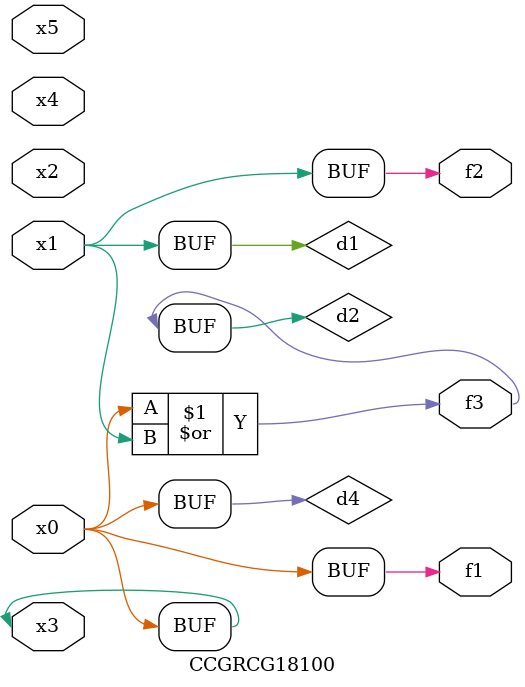
<source format=v>
module CCGRCG18100(
	input x0, x1, x2, x3, x4, x5,
	output f1, f2, f3
);

	wire d1, d2, d3, d4;

	and (d1, x1);
	or (d2, x0, x1);
	nand (d3, x0, x5);
	buf (d4, x0, x3);
	assign f1 = d4;
	assign f2 = d1;
	assign f3 = d2;
endmodule

</source>
